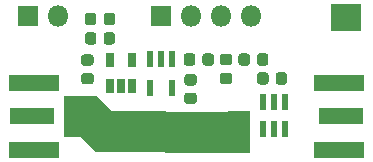
<source format=gts>
G04 #@! TF.GenerationSoftware,KiCad,Pcbnew,5.1.6-c6e7f7d~86~ubuntu18.04.1*
G04 #@! TF.CreationDate,2020-07-16T21:36:01-04:00*
G04 #@! TF.ProjectId,rf-detector-r2,72662d64-6574-4656-9374-6f722d72322e,rev?*
G04 #@! TF.SameCoordinates,Original*
G04 #@! TF.FileFunction,Soldermask,Top*
G04 #@! TF.FilePolarity,Negative*
%FSLAX46Y46*%
G04 Gerber Fmt 4.6, Leading zero omitted, Abs format (unit mm)*
G04 Created by KiCad (PCBNEW 5.1.6-c6e7f7d~86~ubuntu18.04.1) date 2020-07-16 21:36:01*
%MOMM*%
%LPD*%
G01*
G04 APERTURE LIST*
%ADD10C,0.100000*%
%ADD11C,3.504000*%
%ADD12R,0.608000X1.319200*%
%ADD13R,1.800000X1.800000*%
%ADD14O,1.800000X1.800000*%
%ADD15R,0.608000X1.370000*%
%ADD16R,4.300000X1.450000*%
%ADD17R,3.700000X1.370000*%
%ADD18R,0.750000X1.160000*%
G04 APERTURE END LIST*
D10*
G36*
X105150000Y-99750000D02*
G01*
X104200000Y-99750000D01*
X103700000Y-99250000D01*
X105150000Y-99750000D01*
G37*
X105150000Y-99750000D02*
X104200000Y-99750000D01*
X103700000Y-99250000D01*
X105150000Y-99750000D01*
G36*
X104950000Y-95700000D02*
G01*
X103300000Y-95100000D01*
X104350000Y-95100000D01*
X104950000Y-95700000D01*
G37*
X104950000Y-95700000D02*
X103300000Y-95100000D01*
X104350000Y-95100000D01*
X104950000Y-95700000D01*
G36*
X103800000Y-98500000D02*
G01*
X101600000Y-98500000D01*
X101600000Y-95100000D01*
X103800000Y-95100000D01*
X103800000Y-98500000D01*
G37*
X103800000Y-98500000D02*
X101600000Y-98500000D01*
X101600000Y-95100000D01*
X103800000Y-95100000D01*
X103800000Y-98500000D01*
G36*
X117300000Y-99800000D02*
G01*
X115500000Y-99800000D01*
X115500000Y-96400000D01*
X117300000Y-96400000D01*
X117300000Y-99800000D01*
G37*
X117300000Y-99800000D02*
X115500000Y-99800000D01*
X115500000Y-96400000D01*
X117300000Y-96400000D01*
X117300000Y-99800000D01*
D11*
X103650000Y-96800000D02*
X104900000Y-98050000D01*
X104900000Y-98050000D02*
X115500000Y-98100000D01*
D10*
G36*
X126700000Y-89540000D02*
G01*
X124190000Y-89540000D01*
X124190000Y-87300000D01*
X126700000Y-87300000D01*
X126700000Y-89540000D01*
G37*
X126700000Y-89540000D02*
X124190000Y-89540000D01*
X124190000Y-87300000D01*
X126700000Y-87300000D01*
X126700000Y-89540000D01*
G04 #@! TO.C,C2*
G36*
G01*
X112050750Y-93227000D02*
X112613250Y-93227000D01*
G75*
G02*
X112857000Y-93470750I0J-243750D01*
G01*
X112857000Y-93958250D01*
G75*
G02*
X112613250Y-94202000I-243750J0D01*
G01*
X112050750Y-94202000D01*
G75*
G02*
X111807000Y-93958250I0J243750D01*
G01*
X111807000Y-93470750D01*
G75*
G02*
X112050750Y-93227000I243750J0D01*
G01*
G37*
G36*
G01*
X112050750Y-94802000D02*
X112613250Y-94802000D01*
G75*
G02*
X112857000Y-95045750I0J-243750D01*
G01*
X112857000Y-95533250D01*
G75*
G02*
X112613250Y-95777000I-243750J0D01*
G01*
X112050750Y-95777000D01*
G75*
G02*
X111807000Y-95533250I0J243750D01*
G01*
X111807000Y-95045750D01*
G75*
G02*
X112050750Y-94802000I243750J0D01*
G01*
G37*
G04 #@! TD*
D12*
G04 #@! TO.C,U2*
X110771800Y-91982800D03*
X109832000Y-91982800D03*
X108892200Y-91982800D03*
X108892200Y-94421200D03*
X110771800Y-94421200D03*
G04 #@! TD*
D13*
G04 #@! TO.C,J3*
X109800000Y-88300000D03*
D14*
X112340000Y-88300000D03*
X114880000Y-88300000D03*
X117420000Y-88300000D03*
G04 #@! TD*
G04 #@! TO.C,C1*
G36*
G01*
X111757000Y-92283250D02*
X111757000Y-91720750D01*
G75*
G02*
X112000750Y-91477000I243750J0D01*
G01*
X112488250Y-91477000D01*
G75*
G02*
X112732000Y-91720750I0J-243750D01*
G01*
X112732000Y-92283250D01*
G75*
G02*
X112488250Y-92527000I-243750J0D01*
G01*
X112000750Y-92527000D01*
G75*
G02*
X111757000Y-92283250I0J243750D01*
G01*
G37*
G36*
G01*
X113332000Y-92283250D02*
X113332000Y-91720750D01*
G75*
G02*
X113575750Y-91477000I243750J0D01*
G01*
X114063250Y-91477000D01*
G75*
G02*
X114307000Y-91720750I0J-243750D01*
G01*
X114307000Y-92283250D01*
G75*
G02*
X114063250Y-92527000I-243750J0D01*
G01*
X113575750Y-92527000D01*
G75*
G02*
X113332000Y-92283250I0J243750D01*
G01*
G37*
G04 #@! TD*
G04 #@! TO.C,R1*
G36*
G01*
X117957000Y-93883250D02*
X117957000Y-93320750D01*
G75*
G02*
X118200750Y-93077000I243750J0D01*
G01*
X118688250Y-93077000D01*
G75*
G02*
X118932000Y-93320750I0J-243750D01*
G01*
X118932000Y-93883250D01*
G75*
G02*
X118688250Y-94127000I-243750J0D01*
G01*
X118200750Y-94127000D01*
G75*
G02*
X117957000Y-93883250I0J243750D01*
G01*
G37*
G36*
G01*
X119532000Y-93883250D02*
X119532000Y-93320750D01*
G75*
G02*
X119775750Y-93077000I243750J0D01*
G01*
X120263250Y-93077000D01*
G75*
G02*
X120507000Y-93320750I0J-243750D01*
G01*
X120507000Y-93883250D01*
G75*
G02*
X120263250Y-94127000I-243750J0D01*
G01*
X119775750Y-94127000D01*
G75*
G02*
X119532000Y-93883250I0J243750D01*
G01*
G37*
G04 #@! TD*
G04 #@! TO.C,R3*
G36*
G01*
X116377000Y-92283250D02*
X116377000Y-91720750D01*
G75*
G02*
X116620750Y-91477000I243750J0D01*
G01*
X117108250Y-91477000D01*
G75*
G02*
X117352000Y-91720750I0J-243750D01*
G01*
X117352000Y-92283250D01*
G75*
G02*
X117108250Y-92527000I-243750J0D01*
G01*
X116620750Y-92527000D01*
G75*
G02*
X116377000Y-92283250I0J243750D01*
G01*
G37*
G36*
G01*
X117952000Y-92283250D02*
X117952000Y-91720750D01*
G75*
G02*
X118195750Y-91477000I243750J0D01*
G01*
X118683250Y-91477000D01*
G75*
G02*
X118927000Y-91720750I0J-243750D01*
G01*
X118927000Y-92283250D01*
G75*
G02*
X118683250Y-92527000I-243750J0D01*
G01*
X118195750Y-92527000D01*
G75*
G02*
X117952000Y-92283250I0J243750D01*
G01*
G37*
G04 #@! TD*
G04 #@! TO.C,R4*
G36*
G01*
X115613250Y-92502000D02*
X115050750Y-92502000D01*
G75*
G02*
X114807000Y-92258250I0J243750D01*
G01*
X114807000Y-91770750D01*
G75*
G02*
X115050750Y-91527000I243750J0D01*
G01*
X115613250Y-91527000D01*
G75*
G02*
X115857000Y-91770750I0J-243750D01*
G01*
X115857000Y-92258250D01*
G75*
G02*
X115613250Y-92502000I-243750J0D01*
G01*
G37*
G36*
G01*
X115613250Y-94077000D02*
X115050750Y-94077000D01*
G75*
G02*
X114807000Y-93833250I0J243750D01*
G01*
X114807000Y-93345750D01*
G75*
G02*
X115050750Y-93102000I243750J0D01*
G01*
X115613250Y-93102000D01*
G75*
G02*
X115857000Y-93345750I0J-243750D01*
G01*
X115857000Y-93833250D01*
G75*
G02*
X115613250Y-94077000I-243750J0D01*
G01*
G37*
G04 #@! TD*
D15*
G04 #@! TO.C,U1*
X119392200Y-97902000D03*
X118452400Y-97902000D03*
X120332000Y-97902000D03*
X120332000Y-95616000D03*
X119392200Y-95616000D03*
X118452400Y-95616000D03*
G04 #@! TD*
D16*
G04 #@! TO.C,J1*
X99100000Y-93975000D03*
X99100000Y-99625000D03*
D17*
X98900000Y-96800000D03*
G04 #@! TD*
G04 #@! TO.C,J2*
X125100000Y-96800000D03*
D16*
X124900000Y-93975000D03*
X124900000Y-99625000D03*
G04 #@! TD*
G04 #@! TO.C,C3*
G36*
G01*
X103881250Y-94105000D02*
X103318750Y-94105000D01*
G75*
G02*
X103075000Y-93861250I0J243750D01*
G01*
X103075000Y-93373750D01*
G75*
G02*
X103318750Y-93130000I243750J0D01*
G01*
X103881250Y-93130000D01*
G75*
G02*
X104125000Y-93373750I0J-243750D01*
G01*
X104125000Y-93861250D01*
G75*
G02*
X103881250Y-94105000I-243750J0D01*
G01*
G37*
G36*
G01*
X103881250Y-92530000D02*
X103318750Y-92530000D01*
G75*
G02*
X103075000Y-92286250I0J243750D01*
G01*
X103075000Y-91798750D01*
G75*
G02*
X103318750Y-91555000I243750J0D01*
G01*
X103881250Y-91555000D01*
G75*
G02*
X104125000Y-91798750I0J-243750D01*
G01*
X104125000Y-92286250D01*
G75*
G02*
X103881250Y-92530000I-243750J0D01*
G01*
G37*
G04 #@! TD*
G04 #@! TO.C,R2*
G36*
G01*
X104360000Y-89928750D02*
X104360000Y-90491250D01*
G75*
G02*
X104116250Y-90735000I-243750J0D01*
G01*
X103628750Y-90735000D01*
G75*
G02*
X103385000Y-90491250I0J243750D01*
G01*
X103385000Y-89928750D01*
G75*
G02*
X103628750Y-89685000I243750J0D01*
G01*
X104116250Y-89685000D01*
G75*
G02*
X104360000Y-89928750I0J-243750D01*
G01*
G37*
G36*
G01*
X105935000Y-89928750D02*
X105935000Y-90491250D01*
G75*
G02*
X105691250Y-90735000I-243750J0D01*
G01*
X105203750Y-90735000D01*
G75*
G02*
X104960000Y-90491250I0J243750D01*
G01*
X104960000Y-89928750D01*
G75*
G02*
X105203750Y-89685000I243750J0D01*
G01*
X105691250Y-89685000D01*
G75*
G02*
X105935000Y-89928750I0J-243750D01*
G01*
G37*
G04 #@! TD*
G04 #@! TO.C,R5*
G36*
G01*
X105935000Y-88288750D02*
X105935000Y-88851250D01*
G75*
G02*
X105691250Y-89095000I-243750J0D01*
G01*
X105203750Y-89095000D01*
G75*
G02*
X104960000Y-88851250I0J243750D01*
G01*
X104960000Y-88288750D01*
G75*
G02*
X105203750Y-88045000I243750J0D01*
G01*
X105691250Y-88045000D01*
G75*
G02*
X105935000Y-88288750I0J-243750D01*
G01*
G37*
G36*
G01*
X104360000Y-88288750D02*
X104360000Y-88851250D01*
G75*
G02*
X104116250Y-89095000I-243750J0D01*
G01*
X103628750Y-89095000D01*
G75*
G02*
X103385000Y-88851250I0J243750D01*
G01*
X103385000Y-88288750D01*
G75*
G02*
X103628750Y-88045000I243750J0D01*
G01*
X104116250Y-88045000D01*
G75*
G02*
X104360000Y-88288750I0J-243750D01*
G01*
G37*
G04 #@! TD*
D18*
G04 #@! TO.C,U3*
X105478000Y-94242000D03*
X106428000Y-94242000D03*
X107378000Y-94242000D03*
X107378000Y-92042000D03*
X105478000Y-92042000D03*
G04 #@! TD*
D13*
G04 #@! TO.C,J4*
X98600000Y-88300000D03*
D14*
X101140000Y-88300000D03*
G04 #@! TD*
M02*

</source>
